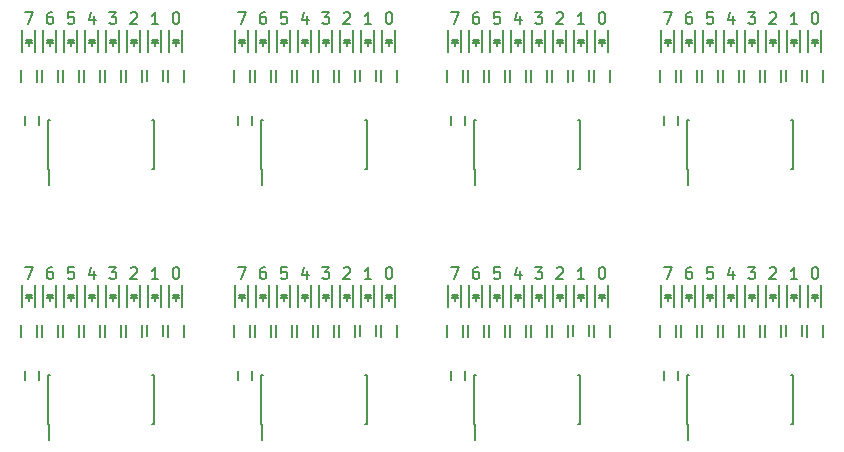
<source format=gto>
G04 #@! TF.FileFunction,Legend,Top*
%FSLAX46Y46*%
G04 Gerber Fmt 4.6, Leading zero omitted, Abs format (unit mm)*
G04 Created by KiCad (PCBNEW 4.0.5+dfsg1-4) date Mon Jun 15 22:33:41 2020*
%MOMM*%
%LPD*%
G01*
G04 APERTURE LIST*
%ADD10C,0.100000*%
%ADD11C,0.150000*%
G04 APERTURE END LIST*
D10*
D11*
X131016381Y-98258381D02*
X131111620Y-98258381D01*
X131206858Y-98306000D01*
X131254477Y-98353619D01*
X131302096Y-98448857D01*
X131349715Y-98639333D01*
X131349715Y-98877429D01*
X131302096Y-99067905D01*
X131254477Y-99163143D01*
X131206858Y-99210762D01*
X131111620Y-99258381D01*
X131016381Y-99258381D01*
X130921143Y-99210762D01*
X130873524Y-99163143D01*
X130825905Y-99067905D01*
X130778286Y-98877429D01*
X130778286Y-98639333D01*
X130825905Y-98448857D01*
X130873524Y-98353619D01*
X130921143Y-98306000D01*
X131016381Y-98258381D01*
X129571715Y-99258381D02*
X129000286Y-99258381D01*
X129286000Y-99258381D02*
X129286000Y-98258381D01*
X129190762Y-98401238D01*
X129095524Y-98496476D01*
X129000286Y-98544095D01*
X138620477Y-98258381D02*
X138430000Y-98258381D01*
X138334762Y-98306000D01*
X138287143Y-98353619D01*
X138191905Y-98496476D01*
X138144286Y-98686952D01*
X138144286Y-99067905D01*
X138191905Y-99163143D01*
X138239524Y-99210762D01*
X138334762Y-99258381D01*
X138525239Y-99258381D01*
X138620477Y-99210762D01*
X138668096Y-99163143D01*
X138715715Y-99067905D01*
X138715715Y-98829810D01*
X138668096Y-98734571D01*
X138620477Y-98686952D01*
X138525239Y-98639333D01*
X138334762Y-98639333D01*
X138239524Y-98686952D01*
X138191905Y-98734571D01*
X138144286Y-98829810D01*
X136318667Y-98258381D02*
X136985334Y-98258381D01*
X136556762Y-99258381D01*
X127222286Y-98353619D02*
X127269905Y-98306000D01*
X127365143Y-98258381D01*
X127603239Y-98258381D01*
X127698477Y-98306000D01*
X127746096Y-98353619D01*
X127793715Y-98448857D01*
X127793715Y-98544095D01*
X127746096Y-98686952D01*
X127174667Y-99258381D01*
X127793715Y-99258381D01*
X120586477Y-98258381D02*
X120396000Y-98258381D01*
X120300762Y-98306000D01*
X120253143Y-98353619D01*
X120157905Y-98496476D01*
X120110286Y-98686952D01*
X120110286Y-99067905D01*
X120157905Y-99163143D01*
X120205524Y-99210762D01*
X120300762Y-99258381D01*
X120491239Y-99258381D01*
X120586477Y-99210762D01*
X120634096Y-99163143D01*
X120681715Y-99067905D01*
X120681715Y-98829810D01*
X120634096Y-98734571D01*
X120586477Y-98686952D01*
X120491239Y-98639333D01*
X120300762Y-98639333D01*
X120205524Y-98686952D01*
X120157905Y-98734571D01*
X120110286Y-98829810D01*
X125396667Y-98258381D02*
X126015715Y-98258381D01*
X125682381Y-98639333D01*
X125825239Y-98639333D01*
X125920477Y-98686952D01*
X125968096Y-98734571D01*
X126015715Y-98829810D01*
X126015715Y-99067905D01*
X125968096Y-99163143D01*
X125920477Y-99210762D01*
X125825239Y-99258381D01*
X125539524Y-99258381D01*
X125444286Y-99210762D01*
X125396667Y-99163143D01*
X124142477Y-98591714D02*
X124142477Y-99258381D01*
X123904381Y-98210762D02*
X123666286Y-98925048D01*
X124285334Y-98925048D01*
X122412096Y-98258381D02*
X121935905Y-98258381D01*
X121888286Y-98734571D01*
X121935905Y-98686952D01*
X122031143Y-98639333D01*
X122269239Y-98639333D01*
X122364477Y-98686952D01*
X122412096Y-98734571D01*
X122459715Y-98829810D01*
X122459715Y-99067905D01*
X122412096Y-99163143D01*
X122364477Y-99210762D01*
X122269239Y-99258381D01*
X122031143Y-99258381D01*
X121935905Y-99210762D01*
X121888286Y-99163143D01*
X118284667Y-98258381D02*
X118951334Y-98258381D01*
X118522762Y-99258381D01*
X140446096Y-98258381D02*
X139969905Y-98258381D01*
X139922286Y-98734571D01*
X139969905Y-98686952D01*
X140065143Y-98639333D01*
X140303239Y-98639333D01*
X140398477Y-98686952D01*
X140446096Y-98734571D01*
X140493715Y-98829810D01*
X140493715Y-99067905D01*
X140446096Y-99163143D01*
X140398477Y-99210762D01*
X140303239Y-99258381D01*
X140065143Y-99258381D01*
X139969905Y-99210762D01*
X139922286Y-99163143D01*
X149050381Y-98258381D02*
X149145620Y-98258381D01*
X149240858Y-98306000D01*
X149288477Y-98353619D01*
X149336096Y-98448857D01*
X149383715Y-98639333D01*
X149383715Y-98877429D01*
X149336096Y-99067905D01*
X149288477Y-99163143D01*
X149240858Y-99210762D01*
X149145620Y-99258381D01*
X149050381Y-99258381D01*
X148955143Y-99210762D01*
X148907524Y-99163143D01*
X148859905Y-99067905D01*
X148812286Y-98877429D01*
X148812286Y-98639333D01*
X148859905Y-98448857D01*
X148907524Y-98353619D01*
X148955143Y-98306000D01*
X149050381Y-98258381D01*
X147605715Y-99258381D02*
X147034286Y-99258381D01*
X147320000Y-99258381D02*
X147320000Y-98258381D01*
X147224762Y-98401238D01*
X147129524Y-98496476D01*
X147034286Y-98544095D01*
X145256286Y-98353619D02*
X145303905Y-98306000D01*
X145399143Y-98258381D01*
X145637239Y-98258381D01*
X145732477Y-98306000D01*
X145780096Y-98353619D01*
X145827715Y-98448857D01*
X145827715Y-98544095D01*
X145780096Y-98686952D01*
X145208667Y-99258381D01*
X145827715Y-99258381D01*
X142176477Y-98591714D02*
X142176477Y-99258381D01*
X141938381Y-98210762D02*
X141700286Y-98925048D01*
X142319334Y-98925048D01*
X143430667Y-98258381D02*
X144049715Y-98258381D01*
X143716381Y-98639333D01*
X143859239Y-98639333D01*
X143954477Y-98686952D01*
X144002096Y-98734571D01*
X144049715Y-98829810D01*
X144049715Y-99067905D01*
X144002096Y-99163143D01*
X143954477Y-99210762D01*
X143859239Y-99258381D01*
X143573524Y-99258381D01*
X143478286Y-99210762D01*
X143430667Y-99163143D01*
X143430667Y-76668381D02*
X144049715Y-76668381D01*
X143716381Y-77049333D01*
X143859239Y-77049333D01*
X143954477Y-77096952D01*
X144002096Y-77144571D01*
X144049715Y-77239810D01*
X144049715Y-77477905D01*
X144002096Y-77573143D01*
X143954477Y-77620762D01*
X143859239Y-77668381D01*
X143573524Y-77668381D01*
X143478286Y-77620762D01*
X143430667Y-77573143D01*
X145256286Y-76763619D02*
X145303905Y-76716000D01*
X145399143Y-76668381D01*
X145637239Y-76668381D01*
X145732477Y-76716000D01*
X145780096Y-76763619D01*
X145827715Y-76858857D01*
X145827715Y-76954095D01*
X145780096Y-77096952D01*
X145208667Y-77668381D01*
X145827715Y-77668381D01*
X142176477Y-77001714D02*
X142176477Y-77668381D01*
X141938381Y-76620762D02*
X141700286Y-77335048D01*
X142319334Y-77335048D01*
X149050381Y-76668381D02*
X149145620Y-76668381D01*
X149240858Y-76716000D01*
X149288477Y-76763619D01*
X149336096Y-76858857D01*
X149383715Y-77049333D01*
X149383715Y-77287429D01*
X149336096Y-77477905D01*
X149288477Y-77573143D01*
X149240858Y-77620762D01*
X149145620Y-77668381D01*
X149050381Y-77668381D01*
X148955143Y-77620762D01*
X148907524Y-77573143D01*
X148859905Y-77477905D01*
X148812286Y-77287429D01*
X148812286Y-77049333D01*
X148859905Y-76858857D01*
X148907524Y-76763619D01*
X148955143Y-76716000D01*
X149050381Y-76668381D01*
X147605715Y-77668381D02*
X147034286Y-77668381D01*
X147320000Y-77668381D02*
X147320000Y-76668381D01*
X147224762Y-76811238D01*
X147129524Y-76906476D01*
X147034286Y-76954095D01*
X131016381Y-76668381D02*
X131111620Y-76668381D01*
X131206858Y-76716000D01*
X131254477Y-76763619D01*
X131302096Y-76858857D01*
X131349715Y-77049333D01*
X131349715Y-77287429D01*
X131302096Y-77477905D01*
X131254477Y-77573143D01*
X131206858Y-77620762D01*
X131111620Y-77668381D01*
X131016381Y-77668381D01*
X130921143Y-77620762D01*
X130873524Y-77573143D01*
X130825905Y-77477905D01*
X130778286Y-77287429D01*
X130778286Y-77049333D01*
X130825905Y-76858857D01*
X130873524Y-76763619D01*
X130921143Y-76716000D01*
X131016381Y-76668381D01*
X127222286Y-76763619D02*
X127269905Y-76716000D01*
X127365143Y-76668381D01*
X127603239Y-76668381D01*
X127698477Y-76716000D01*
X127746096Y-76763619D01*
X127793715Y-76858857D01*
X127793715Y-76954095D01*
X127746096Y-77096952D01*
X127174667Y-77668381D01*
X127793715Y-77668381D01*
X129571715Y-77668381D02*
X129000286Y-77668381D01*
X129286000Y-77668381D02*
X129286000Y-76668381D01*
X129190762Y-76811238D01*
X129095524Y-76906476D01*
X129000286Y-76954095D01*
X125396667Y-76668381D02*
X126015715Y-76668381D01*
X125682381Y-77049333D01*
X125825239Y-77049333D01*
X125920477Y-77096952D01*
X125968096Y-77144571D01*
X126015715Y-77239810D01*
X126015715Y-77477905D01*
X125968096Y-77573143D01*
X125920477Y-77620762D01*
X125825239Y-77668381D01*
X125539524Y-77668381D01*
X125444286Y-77620762D01*
X125396667Y-77573143D01*
X124142477Y-77001714D02*
X124142477Y-77668381D01*
X123904381Y-76620762D02*
X123666286Y-77335048D01*
X124285334Y-77335048D01*
X120586477Y-76668381D02*
X120396000Y-76668381D01*
X120300762Y-76716000D01*
X120253143Y-76763619D01*
X120157905Y-76906476D01*
X120110286Y-77096952D01*
X120110286Y-77477905D01*
X120157905Y-77573143D01*
X120205524Y-77620762D01*
X120300762Y-77668381D01*
X120491239Y-77668381D01*
X120586477Y-77620762D01*
X120634096Y-77573143D01*
X120681715Y-77477905D01*
X120681715Y-77239810D01*
X120634096Y-77144571D01*
X120586477Y-77096952D01*
X120491239Y-77049333D01*
X120300762Y-77049333D01*
X120205524Y-77096952D01*
X120157905Y-77144571D01*
X120110286Y-77239810D01*
X122412096Y-76668381D02*
X121935905Y-76668381D01*
X121888286Y-77144571D01*
X121935905Y-77096952D01*
X122031143Y-77049333D01*
X122269239Y-77049333D01*
X122364477Y-77096952D01*
X122412096Y-77144571D01*
X122459715Y-77239810D01*
X122459715Y-77477905D01*
X122412096Y-77573143D01*
X122364477Y-77620762D01*
X122269239Y-77668381D01*
X122031143Y-77668381D01*
X121935905Y-77620762D01*
X121888286Y-77573143D01*
X118284667Y-76668381D02*
X118951334Y-76668381D01*
X118522762Y-77668381D01*
X136318667Y-76668381D02*
X136985334Y-76668381D01*
X136556762Y-77668381D01*
X138620477Y-76668381D02*
X138430000Y-76668381D01*
X138334762Y-76716000D01*
X138287143Y-76763619D01*
X138191905Y-76906476D01*
X138144286Y-77096952D01*
X138144286Y-77477905D01*
X138191905Y-77573143D01*
X138239524Y-77620762D01*
X138334762Y-77668381D01*
X138525239Y-77668381D01*
X138620477Y-77620762D01*
X138668096Y-77573143D01*
X138715715Y-77477905D01*
X138715715Y-77239810D01*
X138668096Y-77144571D01*
X138620477Y-77096952D01*
X138525239Y-77049333D01*
X138334762Y-77049333D01*
X138239524Y-77096952D01*
X138191905Y-77144571D01*
X138144286Y-77239810D01*
X140446096Y-76668381D02*
X139969905Y-76668381D01*
X139922286Y-77144571D01*
X139969905Y-77096952D01*
X140065143Y-77049333D01*
X140303239Y-77049333D01*
X140398477Y-77096952D01*
X140446096Y-77144571D01*
X140493715Y-77239810D01*
X140493715Y-77477905D01*
X140446096Y-77573143D01*
X140398477Y-77620762D01*
X140303239Y-77668381D01*
X140065143Y-77668381D01*
X139969905Y-77620762D01*
X139922286Y-77573143D01*
X185118381Y-76668381D02*
X185213620Y-76668381D01*
X185308858Y-76716000D01*
X185356477Y-76763619D01*
X185404096Y-76858857D01*
X185451715Y-77049333D01*
X185451715Y-77287429D01*
X185404096Y-77477905D01*
X185356477Y-77573143D01*
X185308858Y-77620762D01*
X185213620Y-77668381D01*
X185118381Y-77668381D01*
X185023143Y-77620762D01*
X184975524Y-77573143D01*
X184927905Y-77477905D01*
X184880286Y-77287429D01*
X184880286Y-77049333D01*
X184927905Y-76858857D01*
X184975524Y-76763619D01*
X185023143Y-76716000D01*
X185118381Y-76668381D01*
X181324286Y-76763619D02*
X181371905Y-76716000D01*
X181467143Y-76668381D01*
X181705239Y-76668381D01*
X181800477Y-76716000D01*
X181848096Y-76763619D01*
X181895715Y-76858857D01*
X181895715Y-76954095D01*
X181848096Y-77096952D01*
X181276667Y-77668381D01*
X181895715Y-77668381D01*
X183673715Y-77668381D02*
X183102286Y-77668381D01*
X183388000Y-77668381D02*
X183388000Y-76668381D01*
X183292762Y-76811238D01*
X183197524Y-76906476D01*
X183102286Y-76954095D01*
X172386667Y-76668381D02*
X173053334Y-76668381D01*
X172624762Y-77668381D01*
X174688477Y-76668381D02*
X174498000Y-76668381D01*
X174402762Y-76716000D01*
X174355143Y-76763619D01*
X174259905Y-76906476D01*
X174212286Y-77096952D01*
X174212286Y-77477905D01*
X174259905Y-77573143D01*
X174307524Y-77620762D01*
X174402762Y-77668381D01*
X174593239Y-77668381D01*
X174688477Y-77620762D01*
X174736096Y-77573143D01*
X174783715Y-77477905D01*
X174783715Y-77239810D01*
X174736096Y-77144571D01*
X174688477Y-77096952D01*
X174593239Y-77049333D01*
X174402762Y-77049333D01*
X174307524Y-77096952D01*
X174259905Y-77144571D01*
X174212286Y-77239810D01*
X165639715Y-77668381D02*
X165068286Y-77668381D01*
X165354000Y-77668381D02*
X165354000Y-76668381D01*
X165258762Y-76811238D01*
X165163524Y-76906476D01*
X165068286Y-76954095D01*
X167084381Y-76668381D02*
X167179620Y-76668381D01*
X167274858Y-76716000D01*
X167322477Y-76763619D01*
X167370096Y-76858857D01*
X167417715Y-77049333D01*
X167417715Y-77287429D01*
X167370096Y-77477905D01*
X167322477Y-77573143D01*
X167274858Y-77620762D01*
X167179620Y-77668381D01*
X167084381Y-77668381D01*
X166989143Y-77620762D01*
X166941524Y-77573143D01*
X166893905Y-77477905D01*
X166846286Y-77287429D01*
X166846286Y-77049333D01*
X166893905Y-76858857D01*
X166941524Y-76763619D01*
X166989143Y-76716000D01*
X167084381Y-76668381D01*
X179498667Y-76668381D02*
X180117715Y-76668381D01*
X179784381Y-77049333D01*
X179927239Y-77049333D01*
X180022477Y-77096952D01*
X180070096Y-77144571D01*
X180117715Y-77239810D01*
X180117715Y-77477905D01*
X180070096Y-77573143D01*
X180022477Y-77620762D01*
X179927239Y-77668381D01*
X179641524Y-77668381D01*
X179546286Y-77620762D01*
X179498667Y-77573143D01*
X178244477Y-77001714D02*
X178244477Y-77668381D01*
X178006381Y-76620762D02*
X177768286Y-77335048D01*
X178387334Y-77335048D01*
X176514096Y-76668381D02*
X176037905Y-76668381D01*
X175990286Y-77144571D01*
X176037905Y-77096952D01*
X176133143Y-77049333D01*
X176371239Y-77049333D01*
X176466477Y-77096952D01*
X176514096Y-77144571D01*
X176561715Y-77239810D01*
X176561715Y-77477905D01*
X176514096Y-77573143D01*
X176466477Y-77620762D01*
X176371239Y-77668381D01*
X176133143Y-77668381D01*
X176037905Y-77620762D01*
X175990286Y-77573143D01*
X158480096Y-76668381D02*
X158003905Y-76668381D01*
X157956286Y-77144571D01*
X158003905Y-77096952D01*
X158099143Y-77049333D01*
X158337239Y-77049333D01*
X158432477Y-77096952D01*
X158480096Y-77144571D01*
X158527715Y-77239810D01*
X158527715Y-77477905D01*
X158480096Y-77573143D01*
X158432477Y-77620762D01*
X158337239Y-77668381D01*
X158099143Y-77668381D01*
X158003905Y-77620762D01*
X157956286Y-77573143D01*
X160210477Y-77001714D02*
X160210477Y-77668381D01*
X159972381Y-76620762D02*
X159734286Y-77335048D01*
X160353334Y-77335048D01*
X161464667Y-76668381D02*
X162083715Y-76668381D01*
X161750381Y-77049333D01*
X161893239Y-77049333D01*
X161988477Y-77096952D01*
X162036096Y-77144571D01*
X162083715Y-77239810D01*
X162083715Y-77477905D01*
X162036096Y-77573143D01*
X161988477Y-77620762D01*
X161893239Y-77668381D01*
X161607524Y-77668381D01*
X161512286Y-77620762D01*
X161464667Y-77573143D01*
X163290286Y-76763619D02*
X163337905Y-76716000D01*
X163433143Y-76668381D01*
X163671239Y-76668381D01*
X163766477Y-76716000D01*
X163814096Y-76763619D01*
X163861715Y-76858857D01*
X163861715Y-76954095D01*
X163814096Y-77096952D01*
X163242667Y-77668381D01*
X163861715Y-77668381D01*
X154352667Y-76668381D02*
X155019334Y-76668381D01*
X154590762Y-77668381D01*
X156654477Y-76668381D02*
X156464000Y-76668381D01*
X156368762Y-76716000D01*
X156321143Y-76763619D01*
X156225905Y-76906476D01*
X156178286Y-77096952D01*
X156178286Y-77477905D01*
X156225905Y-77573143D01*
X156273524Y-77620762D01*
X156368762Y-77668381D01*
X156559239Y-77668381D01*
X156654477Y-77620762D01*
X156702096Y-77573143D01*
X156749715Y-77477905D01*
X156749715Y-77239810D01*
X156702096Y-77144571D01*
X156654477Y-77096952D01*
X156559239Y-77049333D01*
X156368762Y-77049333D01*
X156273524Y-77096952D01*
X156225905Y-77144571D01*
X156178286Y-77239810D01*
X160210477Y-98591714D02*
X160210477Y-99258381D01*
X159972381Y-98210762D02*
X159734286Y-98925048D01*
X160353334Y-98925048D01*
X158480096Y-98258381D02*
X158003905Y-98258381D01*
X157956286Y-98734571D01*
X158003905Y-98686952D01*
X158099143Y-98639333D01*
X158337239Y-98639333D01*
X158432477Y-98686952D01*
X158480096Y-98734571D01*
X158527715Y-98829810D01*
X158527715Y-99067905D01*
X158480096Y-99163143D01*
X158432477Y-99210762D01*
X158337239Y-99258381D01*
X158099143Y-99258381D01*
X158003905Y-99210762D01*
X157956286Y-99163143D01*
X154352667Y-98258381D02*
X155019334Y-98258381D01*
X154590762Y-99258381D01*
X156654477Y-98258381D02*
X156464000Y-98258381D01*
X156368762Y-98306000D01*
X156321143Y-98353619D01*
X156225905Y-98496476D01*
X156178286Y-98686952D01*
X156178286Y-99067905D01*
X156225905Y-99163143D01*
X156273524Y-99210762D01*
X156368762Y-99258381D01*
X156559239Y-99258381D01*
X156654477Y-99210762D01*
X156702096Y-99163143D01*
X156749715Y-99067905D01*
X156749715Y-98829810D01*
X156702096Y-98734571D01*
X156654477Y-98686952D01*
X156559239Y-98639333D01*
X156368762Y-98639333D01*
X156273524Y-98686952D01*
X156225905Y-98734571D01*
X156178286Y-98829810D01*
X167084381Y-98258381D02*
X167179620Y-98258381D01*
X167274858Y-98306000D01*
X167322477Y-98353619D01*
X167370096Y-98448857D01*
X167417715Y-98639333D01*
X167417715Y-98877429D01*
X167370096Y-99067905D01*
X167322477Y-99163143D01*
X167274858Y-99210762D01*
X167179620Y-99258381D01*
X167084381Y-99258381D01*
X166989143Y-99210762D01*
X166941524Y-99163143D01*
X166893905Y-99067905D01*
X166846286Y-98877429D01*
X166846286Y-98639333D01*
X166893905Y-98448857D01*
X166941524Y-98353619D01*
X166989143Y-98306000D01*
X167084381Y-98258381D01*
X165639715Y-99258381D02*
X165068286Y-99258381D01*
X165354000Y-99258381D02*
X165354000Y-98258381D01*
X165258762Y-98401238D01*
X165163524Y-98496476D01*
X165068286Y-98544095D01*
X163290286Y-98353619D02*
X163337905Y-98306000D01*
X163433143Y-98258381D01*
X163671239Y-98258381D01*
X163766477Y-98306000D01*
X163814096Y-98353619D01*
X163861715Y-98448857D01*
X163861715Y-98544095D01*
X163814096Y-98686952D01*
X163242667Y-99258381D01*
X163861715Y-99258381D01*
X161464667Y-98258381D02*
X162083715Y-98258381D01*
X161750381Y-98639333D01*
X161893239Y-98639333D01*
X161988477Y-98686952D01*
X162036096Y-98734571D01*
X162083715Y-98829810D01*
X162083715Y-99067905D01*
X162036096Y-99163143D01*
X161988477Y-99210762D01*
X161893239Y-99258381D01*
X161607524Y-99258381D01*
X161512286Y-99210762D01*
X161464667Y-99163143D01*
X185118381Y-98258381D02*
X185213620Y-98258381D01*
X185308858Y-98306000D01*
X185356477Y-98353619D01*
X185404096Y-98448857D01*
X185451715Y-98639333D01*
X185451715Y-98877429D01*
X185404096Y-99067905D01*
X185356477Y-99163143D01*
X185308858Y-99210762D01*
X185213620Y-99258381D01*
X185118381Y-99258381D01*
X185023143Y-99210762D01*
X184975524Y-99163143D01*
X184927905Y-99067905D01*
X184880286Y-98877429D01*
X184880286Y-98639333D01*
X184927905Y-98448857D01*
X184975524Y-98353619D01*
X185023143Y-98306000D01*
X185118381Y-98258381D01*
X183673715Y-99258381D02*
X183102286Y-99258381D01*
X183388000Y-99258381D02*
X183388000Y-98258381D01*
X183292762Y-98401238D01*
X183197524Y-98496476D01*
X183102286Y-98544095D01*
X181324286Y-98353619D02*
X181371905Y-98306000D01*
X181467143Y-98258381D01*
X181705239Y-98258381D01*
X181800477Y-98306000D01*
X181848096Y-98353619D01*
X181895715Y-98448857D01*
X181895715Y-98544095D01*
X181848096Y-98686952D01*
X181276667Y-99258381D01*
X181895715Y-99258381D01*
X179498667Y-98258381D02*
X180117715Y-98258381D01*
X179784381Y-98639333D01*
X179927239Y-98639333D01*
X180022477Y-98686952D01*
X180070096Y-98734571D01*
X180117715Y-98829810D01*
X180117715Y-99067905D01*
X180070096Y-99163143D01*
X180022477Y-99210762D01*
X179927239Y-99258381D01*
X179641524Y-99258381D01*
X179546286Y-99210762D01*
X179498667Y-99163143D01*
X178244477Y-98591714D02*
X178244477Y-99258381D01*
X178006381Y-98210762D02*
X177768286Y-98925048D01*
X178387334Y-98925048D01*
X176514096Y-98258381D02*
X176037905Y-98258381D01*
X175990286Y-98734571D01*
X176037905Y-98686952D01*
X176133143Y-98639333D01*
X176371239Y-98639333D01*
X176466477Y-98686952D01*
X176514096Y-98734571D01*
X176561715Y-98829810D01*
X176561715Y-99067905D01*
X176514096Y-99163143D01*
X176466477Y-99210762D01*
X176371239Y-99258381D01*
X176133143Y-99258381D01*
X176037905Y-99210762D01*
X175990286Y-99163143D01*
X174688477Y-98258381D02*
X174498000Y-98258381D01*
X174402762Y-98306000D01*
X174355143Y-98353619D01*
X174259905Y-98496476D01*
X174212286Y-98686952D01*
X174212286Y-99067905D01*
X174259905Y-99163143D01*
X174307524Y-99210762D01*
X174402762Y-99258381D01*
X174593239Y-99258381D01*
X174688477Y-99210762D01*
X174736096Y-99163143D01*
X174783715Y-99067905D01*
X174783715Y-98829810D01*
X174736096Y-98734571D01*
X174688477Y-98686952D01*
X174593239Y-98639333D01*
X174402762Y-98639333D01*
X174307524Y-98686952D01*
X174259905Y-98734571D01*
X174212286Y-98829810D01*
X172386667Y-98258381D02*
X173053334Y-98258381D01*
X172624762Y-99258381D01*
X138298000Y-111549000D02*
X138323000Y-111549000D01*
X138298000Y-107399000D02*
X138413000Y-107399000D01*
X147198000Y-107399000D02*
X147083000Y-107399000D01*
X147198000Y-111549000D02*
X147083000Y-111549000D01*
X138298000Y-111549000D02*
X138298000Y-107399000D01*
X147198000Y-111549000D02*
X147198000Y-107399000D01*
X138323000Y-111549000D02*
X138323000Y-112924000D01*
X140883000Y-103132000D02*
X140883000Y-104132000D01*
X139533000Y-104132000D02*
X139533000Y-103132000D01*
X136306000Y-107792000D02*
X136306000Y-107092000D01*
X137506000Y-107092000D02*
X137506000Y-107792000D01*
X148548000Y-99750700D02*
X148548000Y-101650700D01*
X149648000Y-99750700D02*
X149648000Y-101650700D01*
X149098000Y-100650700D02*
X149098000Y-101100700D01*
X149348000Y-100600700D02*
X148848000Y-100600700D01*
X149098000Y-100600700D02*
X149348000Y-100850700D01*
X149348000Y-100850700D02*
X148848000Y-100850700D01*
X148848000Y-100850700D02*
X149098000Y-100600700D01*
X149773000Y-103132000D02*
X149773000Y-104132000D01*
X148423000Y-104132000D02*
X148423000Y-103132000D01*
X146770000Y-99738000D02*
X146770000Y-101638000D01*
X147870000Y-99738000D02*
X147870000Y-101638000D01*
X147320000Y-100638000D02*
X147320000Y-101088000D01*
X147570000Y-100588000D02*
X147070000Y-100588000D01*
X147320000Y-100588000D02*
X147570000Y-100838000D01*
X147570000Y-100838000D02*
X147070000Y-100838000D01*
X147070000Y-100838000D02*
X147320000Y-100588000D01*
X143214000Y-99750700D02*
X143214000Y-101650700D01*
X144314000Y-99750700D02*
X144314000Y-101650700D01*
X143764000Y-100650700D02*
X143764000Y-101100700D01*
X144014000Y-100600700D02*
X143514000Y-100600700D01*
X143764000Y-100600700D02*
X144014000Y-100850700D01*
X144014000Y-100850700D02*
X143514000Y-100850700D01*
X143514000Y-100850700D02*
X143764000Y-100600700D01*
X144992000Y-99738000D02*
X144992000Y-101638000D01*
X146092000Y-99738000D02*
X146092000Y-101638000D01*
X145542000Y-100638000D02*
X145542000Y-101088000D01*
X145792000Y-100588000D02*
X145292000Y-100588000D01*
X145542000Y-100588000D02*
X145792000Y-100838000D01*
X145792000Y-100838000D02*
X145292000Y-100838000D01*
X145292000Y-100838000D02*
X145542000Y-100588000D01*
X141436000Y-99738000D02*
X141436000Y-101638000D01*
X142536000Y-99738000D02*
X142536000Y-101638000D01*
X141986000Y-100638000D02*
X141986000Y-101088000D01*
X142236000Y-100588000D02*
X141736000Y-100588000D01*
X141986000Y-100588000D02*
X142236000Y-100838000D01*
X142236000Y-100838000D02*
X141736000Y-100838000D01*
X141736000Y-100838000D02*
X141986000Y-100588000D01*
X142661000Y-103132000D02*
X142661000Y-104132000D01*
X141311000Y-104132000D02*
X141311000Y-103132000D01*
X146217000Y-103132000D02*
X146217000Y-104132000D01*
X144867000Y-104132000D02*
X144867000Y-103132000D01*
X144439000Y-103132000D02*
X144439000Y-104132000D01*
X143089000Y-104132000D02*
X143089000Y-103132000D01*
X147995000Y-103120000D02*
X147995000Y-104120000D01*
X146645000Y-104120000D02*
X146645000Y-103120000D01*
X126405000Y-81542000D02*
X126405000Y-82542000D01*
X125055000Y-82542000D02*
X125055000Y-81542000D01*
X120264000Y-89959000D02*
X120289000Y-89959000D01*
X120264000Y-85809000D02*
X120379000Y-85809000D01*
X129164000Y-85809000D02*
X129049000Y-85809000D01*
X129164000Y-89959000D02*
X129049000Y-89959000D01*
X120264000Y-89959000D02*
X120264000Y-85809000D01*
X129164000Y-89959000D02*
X129164000Y-85809000D01*
X120289000Y-89959000D02*
X120289000Y-91334000D01*
X144439000Y-81542000D02*
X144439000Y-82542000D01*
X143089000Y-82542000D02*
X143089000Y-81542000D01*
X149773000Y-81542000D02*
X149773000Y-82542000D01*
X148423000Y-82542000D02*
X148423000Y-81542000D01*
X136306000Y-86202000D02*
X136306000Y-85502000D01*
X137506000Y-85502000D02*
X137506000Y-86202000D01*
X138298000Y-89959000D02*
X138323000Y-89959000D01*
X138298000Y-85809000D02*
X138413000Y-85809000D01*
X147198000Y-85809000D02*
X147083000Y-85809000D01*
X147198000Y-89959000D02*
X147083000Y-89959000D01*
X138298000Y-89959000D02*
X138298000Y-85809000D01*
X147198000Y-89959000D02*
X147198000Y-85809000D01*
X138323000Y-89959000D02*
X138323000Y-91334000D01*
X124627000Y-81542000D02*
X124627000Y-82542000D01*
X123277000Y-82542000D02*
X123277000Y-81542000D01*
X118272000Y-86202000D02*
X118272000Y-85502000D01*
X119472000Y-85502000D02*
X119472000Y-86202000D01*
X119293000Y-81542000D02*
X119293000Y-82542000D01*
X117943000Y-82542000D02*
X117943000Y-81542000D01*
X121071000Y-81542000D02*
X121071000Y-82542000D01*
X119721000Y-82542000D02*
X119721000Y-81542000D01*
X122849000Y-81542000D02*
X122849000Y-82542000D01*
X121499000Y-82542000D02*
X121499000Y-81542000D01*
X139105000Y-81542000D02*
X139105000Y-82542000D01*
X137755000Y-82542000D02*
X137755000Y-81542000D01*
X140883000Y-81542000D02*
X140883000Y-82542000D01*
X139533000Y-82542000D02*
X139533000Y-81542000D01*
X137327000Y-81542000D02*
X137327000Y-82542000D01*
X135977000Y-82542000D02*
X135977000Y-81542000D01*
X137880000Y-78160700D02*
X137880000Y-80060700D01*
X138980000Y-78160700D02*
X138980000Y-80060700D01*
X138430000Y-79060700D02*
X138430000Y-79510700D01*
X138680000Y-79010700D02*
X138180000Y-79010700D01*
X138430000Y-79010700D02*
X138680000Y-79260700D01*
X138680000Y-79260700D02*
X138180000Y-79260700D01*
X138180000Y-79260700D02*
X138430000Y-79010700D01*
X136102000Y-78160700D02*
X136102000Y-80060700D01*
X137202000Y-78160700D02*
X137202000Y-80060700D01*
X136652000Y-79060700D02*
X136652000Y-79510700D01*
X136902000Y-79010700D02*
X136402000Y-79010700D01*
X136652000Y-79010700D02*
X136902000Y-79260700D01*
X136902000Y-79260700D02*
X136402000Y-79260700D01*
X136402000Y-79260700D02*
X136652000Y-79010700D01*
X139658000Y-78148000D02*
X139658000Y-80048000D01*
X140758000Y-78148000D02*
X140758000Y-80048000D01*
X140208000Y-79048000D02*
X140208000Y-79498000D01*
X140458000Y-78998000D02*
X139958000Y-78998000D01*
X140208000Y-78998000D02*
X140458000Y-79248000D01*
X140458000Y-79248000D02*
X139958000Y-79248000D01*
X139958000Y-79248000D02*
X140208000Y-78998000D01*
X141436000Y-78148000D02*
X141436000Y-80048000D01*
X142536000Y-78148000D02*
X142536000Y-80048000D01*
X141986000Y-79048000D02*
X141986000Y-79498000D01*
X142236000Y-78998000D02*
X141736000Y-78998000D01*
X141986000Y-78998000D02*
X142236000Y-79248000D01*
X142236000Y-79248000D02*
X141736000Y-79248000D01*
X141736000Y-79248000D02*
X141986000Y-78998000D01*
X142661000Y-81542000D02*
X142661000Y-82542000D01*
X141311000Y-82542000D02*
X141311000Y-81542000D01*
X130514000Y-78160700D02*
X130514000Y-80060700D01*
X131614000Y-78160700D02*
X131614000Y-80060700D01*
X131064000Y-79060700D02*
X131064000Y-79510700D01*
X131314000Y-79010700D02*
X130814000Y-79010700D01*
X131064000Y-79010700D02*
X131314000Y-79260700D01*
X131314000Y-79260700D02*
X130814000Y-79260700D01*
X130814000Y-79260700D02*
X131064000Y-79010700D01*
X128183000Y-81542000D02*
X128183000Y-82542000D01*
X126833000Y-82542000D02*
X126833000Y-81542000D01*
X128736000Y-78148000D02*
X128736000Y-80048000D01*
X129836000Y-78148000D02*
X129836000Y-80048000D01*
X129286000Y-79048000D02*
X129286000Y-79498000D01*
X129536000Y-78998000D02*
X129036000Y-78998000D01*
X129286000Y-78998000D02*
X129536000Y-79248000D01*
X129536000Y-79248000D02*
X129036000Y-79248000D01*
X129036000Y-79248000D02*
X129286000Y-78998000D01*
X129961000Y-81530000D02*
X129961000Y-82530000D01*
X128611000Y-82530000D02*
X128611000Y-81530000D01*
X125180000Y-78160700D02*
X125180000Y-80060700D01*
X126280000Y-78160700D02*
X126280000Y-80060700D01*
X125730000Y-79060700D02*
X125730000Y-79510700D01*
X125980000Y-79010700D02*
X125480000Y-79010700D01*
X125730000Y-79010700D02*
X125980000Y-79260700D01*
X125980000Y-79260700D02*
X125480000Y-79260700D01*
X125480000Y-79260700D02*
X125730000Y-79010700D01*
X131739000Y-81542000D02*
X131739000Y-82542000D01*
X130389000Y-82542000D02*
X130389000Y-81542000D01*
X126958000Y-78148000D02*
X126958000Y-80048000D01*
X128058000Y-78148000D02*
X128058000Y-80048000D01*
X127508000Y-79048000D02*
X127508000Y-79498000D01*
X127758000Y-78998000D02*
X127258000Y-78998000D01*
X127508000Y-78998000D02*
X127758000Y-79248000D01*
X127758000Y-79248000D02*
X127258000Y-79248000D01*
X127258000Y-79248000D02*
X127508000Y-78998000D01*
X118068000Y-78160700D02*
X118068000Y-80060700D01*
X119168000Y-78160700D02*
X119168000Y-80060700D01*
X118618000Y-79060700D02*
X118618000Y-79510700D01*
X118868000Y-79010700D02*
X118368000Y-79010700D01*
X118618000Y-79010700D02*
X118868000Y-79260700D01*
X118868000Y-79260700D02*
X118368000Y-79260700D01*
X118368000Y-79260700D02*
X118618000Y-79010700D01*
X121624000Y-78148000D02*
X121624000Y-80048000D01*
X122724000Y-78148000D02*
X122724000Y-80048000D01*
X122174000Y-79048000D02*
X122174000Y-79498000D01*
X122424000Y-78998000D02*
X121924000Y-78998000D01*
X122174000Y-78998000D02*
X122424000Y-79248000D01*
X122424000Y-79248000D02*
X121924000Y-79248000D01*
X121924000Y-79248000D02*
X122174000Y-78998000D01*
X119846000Y-78160700D02*
X119846000Y-80060700D01*
X120946000Y-78160700D02*
X120946000Y-80060700D01*
X120396000Y-79060700D02*
X120396000Y-79510700D01*
X120646000Y-79010700D02*
X120146000Y-79010700D01*
X120396000Y-79010700D02*
X120646000Y-79260700D01*
X120646000Y-79260700D02*
X120146000Y-79260700D01*
X120146000Y-79260700D02*
X120396000Y-79010700D01*
X123402000Y-78148000D02*
X123402000Y-80048000D01*
X124502000Y-78148000D02*
X124502000Y-80048000D01*
X123952000Y-79048000D02*
X123952000Y-79498000D01*
X124202000Y-78998000D02*
X123702000Y-78998000D01*
X123952000Y-78998000D02*
X124202000Y-79248000D01*
X124202000Y-79248000D02*
X123702000Y-79248000D01*
X123702000Y-79248000D02*
X123952000Y-78998000D01*
X148548000Y-78160700D02*
X148548000Y-80060700D01*
X149648000Y-78160700D02*
X149648000Y-80060700D01*
X149098000Y-79060700D02*
X149098000Y-79510700D01*
X149348000Y-79010700D02*
X148848000Y-79010700D01*
X149098000Y-79010700D02*
X149348000Y-79260700D01*
X149348000Y-79260700D02*
X148848000Y-79260700D01*
X148848000Y-79260700D02*
X149098000Y-79010700D01*
X143214000Y-78160700D02*
X143214000Y-80060700D01*
X144314000Y-78160700D02*
X144314000Y-80060700D01*
X143764000Y-79060700D02*
X143764000Y-79510700D01*
X144014000Y-79010700D02*
X143514000Y-79010700D01*
X143764000Y-79010700D02*
X144014000Y-79260700D01*
X144014000Y-79260700D02*
X143514000Y-79260700D01*
X143514000Y-79260700D02*
X143764000Y-79010700D01*
X146217000Y-81542000D02*
X146217000Y-82542000D01*
X144867000Y-82542000D02*
X144867000Y-81542000D01*
X146770000Y-78148000D02*
X146770000Y-80048000D01*
X147870000Y-78148000D02*
X147870000Y-80048000D01*
X147320000Y-79048000D02*
X147320000Y-79498000D01*
X147570000Y-78998000D02*
X147070000Y-78998000D01*
X147320000Y-78998000D02*
X147570000Y-79248000D01*
X147570000Y-79248000D02*
X147070000Y-79248000D01*
X147070000Y-79248000D02*
X147320000Y-78998000D01*
X147995000Y-81530000D02*
X147995000Y-82530000D01*
X146645000Y-82530000D02*
X146645000Y-81530000D01*
X144992000Y-78148000D02*
X144992000Y-80048000D01*
X146092000Y-78148000D02*
X146092000Y-80048000D01*
X145542000Y-79048000D02*
X145542000Y-79498000D01*
X145792000Y-78998000D02*
X145292000Y-78998000D01*
X145542000Y-78998000D02*
X145792000Y-79248000D01*
X145792000Y-79248000D02*
X145292000Y-79248000D01*
X145292000Y-79248000D02*
X145542000Y-78998000D01*
X137880000Y-99750700D02*
X137880000Y-101650700D01*
X138980000Y-99750700D02*
X138980000Y-101650700D01*
X138430000Y-100650700D02*
X138430000Y-101100700D01*
X138680000Y-100600700D02*
X138180000Y-100600700D01*
X138430000Y-100600700D02*
X138680000Y-100850700D01*
X138680000Y-100850700D02*
X138180000Y-100850700D01*
X138180000Y-100850700D02*
X138430000Y-100600700D01*
X136102000Y-99750700D02*
X136102000Y-101650700D01*
X137202000Y-99750700D02*
X137202000Y-101650700D01*
X136652000Y-100650700D02*
X136652000Y-101100700D01*
X136902000Y-100600700D02*
X136402000Y-100600700D01*
X136652000Y-100600700D02*
X136902000Y-100850700D01*
X136902000Y-100850700D02*
X136402000Y-100850700D01*
X136402000Y-100850700D02*
X136652000Y-100600700D01*
X137327000Y-103132000D02*
X137327000Y-104132000D01*
X135977000Y-104132000D02*
X135977000Y-103132000D01*
X139105000Y-103132000D02*
X139105000Y-104132000D01*
X137755000Y-104132000D02*
X137755000Y-103132000D01*
X139658000Y-99738000D02*
X139658000Y-101638000D01*
X140758000Y-99738000D02*
X140758000Y-101638000D01*
X140208000Y-100638000D02*
X140208000Y-101088000D01*
X140458000Y-100588000D02*
X139958000Y-100588000D01*
X140208000Y-100588000D02*
X140458000Y-100838000D01*
X140458000Y-100838000D02*
X139958000Y-100838000D01*
X139958000Y-100838000D02*
X140208000Y-100588000D01*
X118272000Y-107792000D02*
X118272000Y-107092000D01*
X119472000Y-107092000D02*
X119472000Y-107792000D01*
X120264000Y-111549000D02*
X120289000Y-111549000D01*
X120264000Y-107399000D02*
X120379000Y-107399000D01*
X129164000Y-107399000D02*
X129049000Y-107399000D01*
X129164000Y-111549000D02*
X129049000Y-111549000D01*
X120264000Y-111549000D02*
X120264000Y-107399000D01*
X129164000Y-111549000D02*
X129164000Y-107399000D01*
X120289000Y-111549000D02*
X120289000Y-112924000D01*
X130514000Y-99750700D02*
X130514000Y-101650700D01*
X131614000Y-99750700D02*
X131614000Y-101650700D01*
X131064000Y-100650700D02*
X131064000Y-101100700D01*
X131314000Y-100600700D02*
X130814000Y-100600700D01*
X131064000Y-100600700D02*
X131314000Y-100850700D01*
X131314000Y-100850700D02*
X130814000Y-100850700D01*
X130814000Y-100850700D02*
X131064000Y-100600700D01*
X129961000Y-103120000D02*
X129961000Y-104120000D01*
X128611000Y-104120000D02*
X128611000Y-103120000D01*
X128736000Y-99738000D02*
X128736000Y-101638000D01*
X129836000Y-99738000D02*
X129836000Y-101638000D01*
X129286000Y-100638000D02*
X129286000Y-101088000D01*
X129536000Y-100588000D02*
X129036000Y-100588000D01*
X129286000Y-100588000D02*
X129536000Y-100838000D01*
X129536000Y-100838000D02*
X129036000Y-100838000D01*
X129036000Y-100838000D02*
X129286000Y-100588000D01*
X126958000Y-99738000D02*
X126958000Y-101638000D01*
X128058000Y-99738000D02*
X128058000Y-101638000D01*
X127508000Y-100638000D02*
X127508000Y-101088000D01*
X127758000Y-100588000D02*
X127258000Y-100588000D01*
X127508000Y-100588000D02*
X127758000Y-100838000D01*
X127758000Y-100838000D02*
X127258000Y-100838000D01*
X127258000Y-100838000D02*
X127508000Y-100588000D01*
X125180000Y-99750700D02*
X125180000Y-101650700D01*
X126280000Y-99750700D02*
X126280000Y-101650700D01*
X125730000Y-100650700D02*
X125730000Y-101100700D01*
X125980000Y-100600700D02*
X125480000Y-100600700D01*
X125730000Y-100600700D02*
X125980000Y-100850700D01*
X125980000Y-100850700D02*
X125480000Y-100850700D01*
X125480000Y-100850700D02*
X125730000Y-100600700D01*
X124627000Y-103132000D02*
X124627000Y-104132000D01*
X123277000Y-104132000D02*
X123277000Y-103132000D01*
X131739000Y-103132000D02*
X131739000Y-104132000D01*
X130389000Y-104132000D02*
X130389000Y-103132000D01*
X126405000Y-103132000D02*
X126405000Y-104132000D01*
X125055000Y-104132000D02*
X125055000Y-103132000D01*
X128183000Y-103132000D02*
X128183000Y-104132000D01*
X126833000Y-104132000D02*
X126833000Y-103132000D01*
X123402000Y-99738000D02*
X123402000Y-101638000D01*
X124502000Y-99738000D02*
X124502000Y-101638000D01*
X123952000Y-100638000D02*
X123952000Y-101088000D01*
X124202000Y-100588000D02*
X123702000Y-100588000D01*
X123952000Y-100588000D02*
X124202000Y-100838000D01*
X124202000Y-100838000D02*
X123702000Y-100838000D01*
X123702000Y-100838000D02*
X123952000Y-100588000D01*
X118068000Y-99750700D02*
X118068000Y-101650700D01*
X119168000Y-99750700D02*
X119168000Y-101650700D01*
X118618000Y-100650700D02*
X118618000Y-101100700D01*
X118868000Y-100600700D02*
X118368000Y-100600700D01*
X118618000Y-100600700D02*
X118868000Y-100850700D01*
X118868000Y-100850700D02*
X118368000Y-100850700D01*
X118368000Y-100850700D02*
X118618000Y-100600700D01*
X119293000Y-103132000D02*
X119293000Y-104132000D01*
X117943000Y-104132000D02*
X117943000Y-103132000D01*
X121624000Y-99738000D02*
X121624000Y-101638000D01*
X122724000Y-99738000D02*
X122724000Y-101638000D01*
X122174000Y-100638000D02*
X122174000Y-101088000D01*
X122424000Y-100588000D02*
X121924000Y-100588000D01*
X122174000Y-100588000D02*
X122424000Y-100838000D01*
X122424000Y-100838000D02*
X121924000Y-100838000D01*
X121924000Y-100838000D02*
X122174000Y-100588000D01*
X119846000Y-99750700D02*
X119846000Y-101650700D01*
X120946000Y-99750700D02*
X120946000Y-101650700D01*
X120396000Y-100650700D02*
X120396000Y-101100700D01*
X120646000Y-100600700D02*
X120146000Y-100600700D01*
X120396000Y-100600700D02*
X120646000Y-100850700D01*
X120646000Y-100850700D02*
X120146000Y-100850700D01*
X120146000Y-100850700D02*
X120396000Y-100600700D01*
X122849000Y-103132000D02*
X122849000Y-104132000D01*
X121499000Y-104132000D02*
X121499000Y-103132000D01*
X121071000Y-103132000D02*
X121071000Y-104132000D01*
X119721000Y-104132000D02*
X119721000Y-103132000D01*
X174366000Y-89959000D02*
X174391000Y-89959000D01*
X174366000Y-85809000D02*
X174481000Y-85809000D01*
X183266000Y-85809000D02*
X183151000Y-85809000D01*
X183266000Y-89959000D02*
X183151000Y-89959000D01*
X174366000Y-89959000D02*
X174366000Y-85809000D01*
X183266000Y-89959000D02*
X183266000Y-85809000D01*
X174391000Y-89959000D02*
X174391000Y-91334000D01*
X172374000Y-86202000D02*
X172374000Y-85502000D01*
X173574000Y-85502000D02*
X173574000Y-86202000D01*
X178729000Y-81542000D02*
X178729000Y-82542000D01*
X177379000Y-82542000D02*
X177379000Y-81542000D01*
X184616000Y-78160700D02*
X184616000Y-80060700D01*
X185716000Y-78160700D02*
X185716000Y-80060700D01*
X185166000Y-79060700D02*
X185166000Y-79510700D01*
X185416000Y-79010700D02*
X184916000Y-79010700D01*
X185166000Y-79010700D02*
X185416000Y-79260700D01*
X185416000Y-79260700D02*
X184916000Y-79260700D01*
X184916000Y-79260700D02*
X185166000Y-79010700D01*
X179282000Y-78160700D02*
X179282000Y-80060700D01*
X180382000Y-78160700D02*
X180382000Y-80060700D01*
X179832000Y-79060700D02*
X179832000Y-79510700D01*
X180082000Y-79010700D02*
X179582000Y-79010700D01*
X179832000Y-79010700D02*
X180082000Y-79260700D01*
X180082000Y-79260700D02*
X179582000Y-79260700D01*
X179582000Y-79260700D02*
X179832000Y-79010700D01*
X182838000Y-78148000D02*
X182838000Y-80048000D01*
X183938000Y-78148000D02*
X183938000Y-80048000D01*
X183388000Y-79048000D02*
X183388000Y-79498000D01*
X183638000Y-78998000D02*
X183138000Y-78998000D01*
X183388000Y-78998000D02*
X183638000Y-79248000D01*
X183638000Y-79248000D02*
X183138000Y-79248000D01*
X183138000Y-79248000D02*
X183388000Y-78998000D01*
X181060000Y-78148000D02*
X181060000Y-80048000D01*
X182160000Y-78148000D02*
X182160000Y-80048000D01*
X181610000Y-79048000D02*
X181610000Y-79498000D01*
X181860000Y-78998000D02*
X181360000Y-78998000D01*
X181610000Y-78998000D02*
X181860000Y-79248000D01*
X181860000Y-79248000D02*
X181360000Y-79248000D01*
X181360000Y-79248000D02*
X181610000Y-78998000D01*
X177504000Y-78148000D02*
X177504000Y-80048000D01*
X178604000Y-78148000D02*
X178604000Y-80048000D01*
X178054000Y-79048000D02*
X178054000Y-79498000D01*
X178304000Y-78998000D02*
X177804000Y-78998000D01*
X178054000Y-78998000D02*
X178304000Y-79248000D01*
X178304000Y-79248000D02*
X177804000Y-79248000D01*
X177804000Y-79248000D02*
X178054000Y-78998000D01*
X172170000Y-78160700D02*
X172170000Y-80060700D01*
X173270000Y-78160700D02*
X173270000Y-80060700D01*
X172720000Y-79060700D02*
X172720000Y-79510700D01*
X172970000Y-79010700D02*
X172470000Y-79010700D01*
X172720000Y-79010700D02*
X172970000Y-79260700D01*
X172970000Y-79260700D02*
X172470000Y-79260700D01*
X172470000Y-79260700D02*
X172720000Y-79010700D01*
X175173000Y-81542000D02*
X175173000Y-82542000D01*
X173823000Y-82542000D02*
X173823000Y-81542000D01*
X173948000Y-78160700D02*
X173948000Y-80060700D01*
X175048000Y-78160700D02*
X175048000Y-80060700D01*
X174498000Y-79060700D02*
X174498000Y-79510700D01*
X174748000Y-79010700D02*
X174248000Y-79010700D01*
X174498000Y-79010700D02*
X174748000Y-79260700D01*
X174748000Y-79260700D02*
X174248000Y-79260700D01*
X174248000Y-79260700D02*
X174498000Y-79010700D01*
X173395000Y-81542000D02*
X173395000Y-82542000D01*
X172045000Y-82542000D02*
X172045000Y-81542000D01*
X176951000Y-81542000D02*
X176951000Y-82542000D01*
X175601000Y-82542000D02*
X175601000Y-81542000D01*
X175726000Y-78148000D02*
X175726000Y-80048000D01*
X176826000Y-78148000D02*
X176826000Y-80048000D01*
X176276000Y-79048000D02*
X176276000Y-79498000D01*
X176526000Y-78998000D02*
X176026000Y-78998000D01*
X176276000Y-78998000D02*
X176526000Y-79248000D01*
X176526000Y-79248000D02*
X176026000Y-79248000D01*
X176026000Y-79248000D02*
X176276000Y-78998000D01*
X157139000Y-81542000D02*
X157139000Y-82542000D01*
X155789000Y-82542000D02*
X155789000Y-81542000D01*
X159470000Y-78148000D02*
X159470000Y-80048000D01*
X160570000Y-78148000D02*
X160570000Y-80048000D01*
X160020000Y-79048000D02*
X160020000Y-79498000D01*
X160270000Y-78998000D02*
X159770000Y-78998000D01*
X160020000Y-78998000D02*
X160270000Y-79248000D01*
X160270000Y-79248000D02*
X159770000Y-79248000D01*
X159770000Y-79248000D02*
X160020000Y-78998000D01*
X157692000Y-78148000D02*
X157692000Y-80048000D01*
X158792000Y-78148000D02*
X158792000Y-80048000D01*
X158242000Y-79048000D02*
X158242000Y-79498000D01*
X158492000Y-78998000D02*
X157992000Y-78998000D01*
X158242000Y-78998000D02*
X158492000Y-79248000D01*
X158492000Y-79248000D02*
X157992000Y-79248000D01*
X157992000Y-79248000D02*
X158242000Y-78998000D01*
X155914000Y-78160700D02*
X155914000Y-80060700D01*
X157014000Y-78160700D02*
X157014000Y-80060700D01*
X156464000Y-79060700D02*
X156464000Y-79510700D01*
X156714000Y-79010700D02*
X156214000Y-79010700D01*
X156464000Y-79010700D02*
X156714000Y-79260700D01*
X156714000Y-79260700D02*
X156214000Y-79260700D01*
X156214000Y-79260700D02*
X156464000Y-79010700D01*
X154136000Y-78160700D02*
X154136000Y-80060700D01*
X155236000Y-78160700D02*
X155236000Y-80060700D01*
X154686000Y-79060700D02*
X154686000Y-79510700D01*
X154936000Y-79010700D02*
X154436000Y-79010700D01*
X154686000Y-79010700D02*
X154936000Y-79260700D01*
X154936000Y-79260700D02*
X154436000Y-79260700D01*
X154436000Y-79260700D02*
X154686000Y-79010700D01*
X158917000Y-81542000D02*
X158917000Y-82542000D01*
X157567000Y-82542000D02*
X157567000Y-81542000D01*
X155361000Y-81542000D02*
X155361000Y-82542000D01*
X154011000Y-82542000D02*
X154011000Y-81542000D01*
X156332000Y-89959000D02*
X156357000Y-89959000D01*
X156332000Y-85809000D02*
X156447000Y-85809000D01*
X165232000Y-85809000D02*
X165117000Y-85809000D01*
X165232000Y-89959000D02*
X165117000Y-89959000D01*
X156332000Y-89959000D02*
X156332000Y-85809000D01*
X165232000Y-89959000D02*
X165232000Y-85809000D01*
X156357000Y-89959000D02*
X156357000Y-91334000D01*
X164251000Y-81542000D02*
X164251000Y-82542000D01*
X162901000Y-82542000D02*
X162901000Y-81542000D01*
X160695000Y-81542000D02*
X160695000Y-82542000D01*
X159345000Y-82542000D02*
X159345000Y-81542000D01*
X167807000Y-81542000D02*
X167807000Y-82542000D01*
X166457000Y-82542000D02*
X166457000Y-81542000D01*
X154340000Y-86202000D02*
X154340000Y-85502000D01*
X155540000Y-85502000D02*
X155540000Y-86202000D01*
X162473000Y-81542000D02*
X162473000Y-82542000D01*
X161123000Y-82542000D02*
X161123000Y-81542000D01*
X166582000Y-78160700D02*
X166582000Y-80060700D01*
X167682000Y-78160700D02*
X167682000Y-80060700D01*
X167132000Y-79060700D02*
X167132000Y-79510700D01*
X167382000Y-79010700D02*
X166882000Y-79010700D01*
X167132000Y-79010700D02*
X167382000Y-79260700D01*
X167382000Y-79260700D02*
X166882000Y-79260700D01*
X166882000Y-79260700D02*
X167132000Y-79010700D01*
X166029000Y-81530000D02*
X166029000Y-82530000D01*
X164679000Y-82530000D02*
X164679000Y-81530000D01*
X164804000Y-78148000D02*
X164804000Y-80048000D01*
X165904000Y-78148000D02*
X165904000Y-80048000D01*
X165354000Y-79048000D02*
X165354000Y-79498000D01*
X165604000Y-78998000D02*
X165104000Y-78998000D01*
X165354000Y-78998000D02*
X165604000Y-79248000D01*
X165604000Y-79248000D02*
X165104000Y-79248000D01*
X165104000Y-79248000D02*
X165354000Y-78998000D01*
X163026000Y-78148000D02*
X163026000Y-80048000D01*
X164126000Y-78148000D02*
X164126000Y-80048000D01*
X163576000Y-79048000D02*
X163576000Y-79498000D01*
X163826000Y-78998000D02*
X163326000Y-78998000D01*
X163576000Y-78998000D02*
X163826000Y-79248000D01*
X163826000Y-79248000D02*
X163326000Y-79248000D01*
X163326000Y-79248000D02*
X163576000Y-78998000D01*
X161248000Y-78160700D02*
X161248000Y-80060700D01*
X162348000Y-78160700D02*
X162348000Y-80060700D01*
X161798000Y-79060700D02*
X161798000Y-79510700D01*
X162048000Y-79010700D02*
X161548000Y-79010700D01*
X161798000Y-79010700D02*
X162048000Y-79260700D01*
X162048000Y-79260700D02*
X161548000Y-79260700D01*
X161548000Y-79260700D02*
X161798000Y-79010700D01*
X185841000Y-81542000D02*
X185841000Y-82542000D01*
X184491000Y-82542000D02*
X184491000Y-81542000D01*
X182285000Y-81542000D02*
X182285000Y-82542000D01*
X180935000Y-82542000D02*
X180935000Y-81542000D01*
X184063000Y-81530000D02*
X184063000Y-82530000D01*
X182713000Y-82530000D02*
X182713000Y-81530000D01*
X180507000Y-81542000D02*
X180507000Y-82542000D01*
X179157000Y-82542000D02*
X179157000Y-81542000D01*
X161248000Y-99750700D02*
X161248000Y-101650700D01*
X162348000Y-99750700D02*
X162348000Y-101650700D01*
X161798000Y-100650700D02*
X161798000Y-101100700D01*
X162048000Y-100600700D02*
X161548000Y-100600700D01*
X161798000Y-100600700D02*
X162048000Y-100850700D01*
X162048000Y-100850700D02*
X161548000Y-100850700D01*
X161548000Y-100850700D02*
X161798000Y-100600700D01*
X166029000Y-103120000D02*
X166029000Y-104120000D01*
X164679000Y-104120000D02*
X164679000Y-103120000D01*
X164251000Y-103132000D02*
X164251000Y-104132000D01*
X162901000Y-104132000D02*
X162901000Y-103132000D01*
X166582000Y-99750700D02*
X166582000Y-101650700D01*
X167682000Y-99750700D02*
X167682000Y-101650700D01*
X167132000Y-100650700D02*
X167132000Y-101100700D01*
X167382000Y-100600700D02*
X166882000Y-100600700D01*
X167132000Y-100600700D02*
X167382000Y-100850700D01*
X167382000Y-100850700D02*
X166882000Y-100850700D01*
X166882000Y-100850700D02*
X167132000Y-100600700D01*
X164804000Y-99738000D02*
X164804000Y-101638000D01*
X165904000Y-99738000D02*
X165904000Y-101638000D01*
X165354000Y-100638000D02*
X165354000Y-101088000D01*
X165604000Y-100588000D02*
X165104000Y-100588000D01*
X165354000Y-100588000D02*
X165604000Y-100838000D01*
X165604000Y-100838000D02*
X165104000Y-100838000D01*
X165104000Y-100838000D02*
X165354000Y-100588000D01*
X163026000Y-99738000D02*
X163026000Y-101638000D01*
X164126000Y-99738000D02*
X164126000Y-101638000D01*
X163576000Y-100638000D02*
X163576000Y-101088000D01*
X163826000Y-100588000D02*
X163326000Y-100588000D01*
X163576000Y-100588000D02*
X163826000Y-100838000D01*
X163826000Y-100838000D02*
X163326000Y-100838000D01*
X163326000Y-100838000D02*
X163576000Y-100588000D01*
X162473000Y-103132000D02*
X162473000Y-104132000D01*
X161123000Y-104132000D02*
X161123000Y-103132000D01*
X156332000Y-111549000D02*
X156357000Y-111549000D01*
X156332000Y-107399000D02*
X156447000Y-107399000D01*
X165232000Y-107399000D02*
X165117000Y-107399000D01*
X165232000Y-111549000D02*
X165117000Y-111549000D01*
X156332000Y-111549000D02*
X156332000Y-107399000D01*
X165232000Y-111549000D02*
X165232000Y-107399000D01*
X156357000Y-111549000D02*
X156357000Y-112924000D01*
X167807000Y-103132000D02*
X167807000Y-104132000D01*
X166457000Y-104132000D02*
X166457000Y-103132000D01*
X154340000Y-107792000D02*
X154340000Y-107092000D01*
X155540000Y-107092000D02*
X155540000Y-107792000D01*
X160695000Y-103132000D02*
X160695000Y-104132000D01*
X159345000Y-104132000D02*
X159345000Y-103132000D01*
X158917000Y-103132000D02*
X158917000Y-104132000D01*
X157567000Y-104132000D02*
X157567000Y-103132000D01*
X157139000Y-103132000D02*
X157139000Y-104132000D01*
X155789000Y-104132000D02*
X155789000Y-103132000D01*
X157692000Y-99738000D02*
X157692000Y-101638000D01*
X158792000Y-99738000D02*
X158792000Y-101638000D01*
X158242000Y-100638000D02*
X158242000Y-101088000D01*
X158492000Y-100588000D02*
X157992000Y-100588000D01*
X158242000Y-100588000D02*
X158492000Y-100838000D01*
X158492000Y-100838000D02*
X157992000Y-100838000D01*
X157992000Y-100838000D02*
X158242000Y-100588000D01*
X159470000Y-99738000D02*
X159470000Y-101638000D01*
X160570000Y-99738000D02*
X160570000Y-101638000D01*
X160020000Y-100638000D02*
X160020000Y-101088000D01*
X160270000Y-100588000D02*
X159770000Y-100588000D01*
X160020000Y-100588000D02*
X160270000Y-100838000D01*
X160270000Y-100838000D02*
X159770000Y-100838000D01*
X159770000Y-100838000D02*
X160020000Y-100588000D01*
X155914000Y-99750700D02*
X155914000Y-101650700D01*
X157014000Y-99750700D02*
X157014000Y-101650700D01*
X156464000Y-100650700D02*
X156464000Y-101100700D01*
X156714000Y-100600700D02*
X156214000Y-100600700D01*
X156464000Y-100600700D02*
X156714000Y-100850700D01*
X156714000Y-100850700D02*
X156214000Y-100850700D01*
X156214000Y-100850700D02*
X156464000Y-100600700D01*
X154136000Y-99750700D02*
X154136000Y-101650700D01*
X155236000Y-99750700D02*
X155236000Y-101650700D01*
X154686000Y-100650700D02*
X154686000Y-101100700D01*
X154936000Y-100600700D02*
X154436000Y-100600700D01*
X154686000Y-100600700D02*
X154936000Y-100850700D01*
X154936000Y-100850700D02*
X154436000Y-100850700D01*
X154436000Y-100850700D02*
X154686000Y-100600700D01*
X155361000Y-103132000D02*
X155361000Y-104132000D01*
X154011000Y-104132000D02*
X154011000Y-103132000D01*
X172374000Y-107792000D02*
X172374000Y-107092000D01*
X173574000Y-107092000D02*
X173574000Y-107792000D01*
X172170000Y-99750700D02*
X172170000Y-101650700D01*
X173270000Y-99750700D02*
X173270000Y-101650700D01*
X172720000Y-100650700D02*
X172720000Y-101100700D01*
X172970000Y-100600700D02*
X172470000Y-100600700D01*
X172720000Y-100600700D02*
X172970000Y-100850700D01*
X172970000Y-100850700D02*
X172470000Y-100850700D01*
X172470000Y-100850700D02*
X172720000Y-100600700D01*
X173948000Y-99750700D02*
X173948000Y-101650700D01*
X175048000Y-99750700D02*
X175048000Y-101650700D01*
X174498000Y-100650700D02*
X174498000Y-101100700D01*
X174748000Y-100600700D02*
X174248000Y-100600700D01*
X174498000Y-100600700D02*
X174748000Y-100850700D01*
X174748000Y-100850700D02*
X174248000Y-100850700D01*
X174248000Y-100850700D02*
X174498000Y-100600700D01*
X175726000Y-99738000D02*
X175726000Y-101638000D01*
X176826000Y-99738000D02*
X176826000Y-101638000D01*
X176276000Y-100638000D02*
X176276000Y-101088000D01*
X176526000Y-100588000D02*
X176026000Y-100588000D01*
X176276000Y-100588000D02*
X176526000Y-100838000D01*
X176526000Y-100838000D02*
X176026000Y-100838000D01*
X176026000Y-100838000D02*
X176276000Y-100588000D01*
X177504000Y-99738000D02*
X177504000Y-101638000D01*
X178604000Y-99738000D02*
X178604000Y-101638000D01*
X178054000Y-100638000D02*
X178054000Y-101088000D01*
X178304000Y-100588000D02*
X177804000Y-100588000D01*
X178054000Y-100588000D02*
X178304000Y-100838000D01*
X178304000Y-100838000D02*
X177804000Y-100838000D01*
X177804000Y-100838000D02*
X178054000Y-100588000D01*
X179282000Y-99750700D02*
X179282000Y-101650700D01*
X180382000Y-99750700D02*
X180382000Y-101650700D01*
X179832000Y-100650700D02*
X179832000Y-101100700D01*
X180082000Y-100600700D02*
X179582000Y-100600700D01*
X179832000Y-100600700D02*
X180082000Y-100850700D01*
X180082000Y-100850700D02*
X179582000Y-100850700D01*
X179582000Y-100850700D02*
X179832000Y-100600700D01*
X181060000Y-99738000D02*
X181060000Y-101638000D01*
X182160000Y-99738000D02*
X182160000Y-101638000D01*
X181610000Y-100638000D02*
X181610000Y-101088000D01*
X181860000Y-100588000D02*
X181360000Y-100588000D01*
X181610000Y-100588000D02*
X181860000Y-100838000D01*
X181860000Y-100838000D02*
X181360000Y-100838000D01*
X181360000Y-100838000D02*
X181610000Y-100588000D01*
X182838000Y-99738000D02*
X182838000Y-101638000D01*
X183938000Y-99738000D02*
X183938000Y-101638000D01*
X183388000Y-100638000D02*
X183388000Y-101088000D01*
X183638000Y-100588000D02*
X183138000Y-100588000D01*
X183388000Y-100588000D02*
X183638000Y-100838000D01*
X183638000Y-100838000D02*
X183138000Y-100838000D01*
X183138000Y-100838000D02*
X183388000Y-100588000D01*
X184616000Y-99750700D02*
X184616000Y-101650700D01*
X185716000Y-99750700D02*
X185716000Y-101650700D01*
X185166000Y-100650700D02*
X185166000Y-101100700D01*
X185416000Y-100600700D02*
X184916000Y-100600700D01*
X185166000Y-100600700D02*
X185416000Y-100850700D01*
X185416000Y-100850700D02*
X184916000Y-100850700D01*
X184916000Y-100850700D02*
X185166000Y-100600700D01*
X173395000Y-103132000D02*
X173395000Y-104132000D01*
X172045000Y-104132000D02*
X172045000Y-103132000D01*
X175173000Y-103132000D02*
X175173000Y-104132000D01*
X173823000Y-104132000D02*
X173823000Y-103132000D01*
X176951000Y-103132000D02*
X176951000Y-104132000D01*
X175601000Y-104132000D02*
X175601000Y-103132000D01*
X178729000Y-103132000D02*
X178729000Y-104132000D01*
X177379000Y-104132000D02*
X177379000Y-103132000D01*
X180507000Y-103132000D02*
X180507000Y-104132000D01*
X179157000Y-104132000D02*
X179157000Y-103132000D01*
X182285000Y-103132000D02*
X182285000Y-104132000D01*
X180935000Y-104132000D02*
X180935000Y-103132000D01*
X184063000Y-103120000D02*
X184063000Y-104120000D01*
X182713000Y-104120000D02*
X182713000Y-103120000D01*
X185841000Y-103132000D02*
X185841000Y-104132000D01*
X184491000Y-104132000D02*
X184491000Y-103132000D01*
X174366000Y-111549000D02*
X174391000Y-111549000D01*
X174366000Y-107399000D02*
X174481000Y-107399000D01*
X183266000Y-107399000D02*
X183151000Y-107399000D01*
X183266000Y-111549000D02*
X183151000Y-111549000D01*
X174366000Y-111549000D02*
X174366000Y-107399000D01*
X183266000Y-111549000D02*
X183266000Y-107399000D01*
X174391000Y-111549000D02*
X174391000Y-112924000D01*
M02*

</source>
